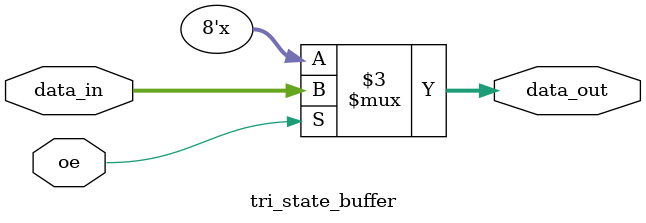
<source format=sv>
module decoder_tri_state (
    input oe,
    input [2:0] addr,
    output [7:0] bus
);
    // Internal signals
    wire [7:0] decoded_data;
    
    // Instantiate the decoder submodule
    decoder_logic u_decoder_logic (
        .addr(addr),
        .decoded_data(decoded_data)
    );
    
    // Instantiate the output buffer submodule
    tri_state_buffer u_tri_state_buffer (
        .oe(oe),
        .data_in(decoded_data),
        .data_out(bus)
    );
    
endmodule

// Decoder logic submodule
module decoder_logic (
    input [2:0] addr,
    output reg [7:0] decoded_data
);
    // Decode the address to one-hot encoding using always block
    always @(*) begin
        decoded_data = 8'h00;
        if (addr == 3'b000) decoded_data = 8'h01;
        else if (addr == 3'b001) decoded_data = 8'h02;
        else if (addr == 3'b010) decoded_data = 8'h04;
        else if (addr == 3'b011) decoded_data = 8'h08;
        else if (addr == 3'b100) decoded_data = 8'h10;
        else if (addr == 3'b101) decoded_data = 8'h20;
        else if (addr == 3'b110) decoded_data = 8'h40;
        else if (addr == 3'b111) decoded_data = 8'h80;
    end
endmodule

// Tri-state buffer submodule
module tri_state_buffer (
    input oe,
    input [7:0] data_in,
    output reg [7:0] data_out
);
    // Apply output enable to control the tri-state output using always block
    always @(*) begin
        if (oe) begin
            data_out = data_in;
        end
        else begin
            data_out = 8'hZZ;
        end
    end
endmodule
</source>
